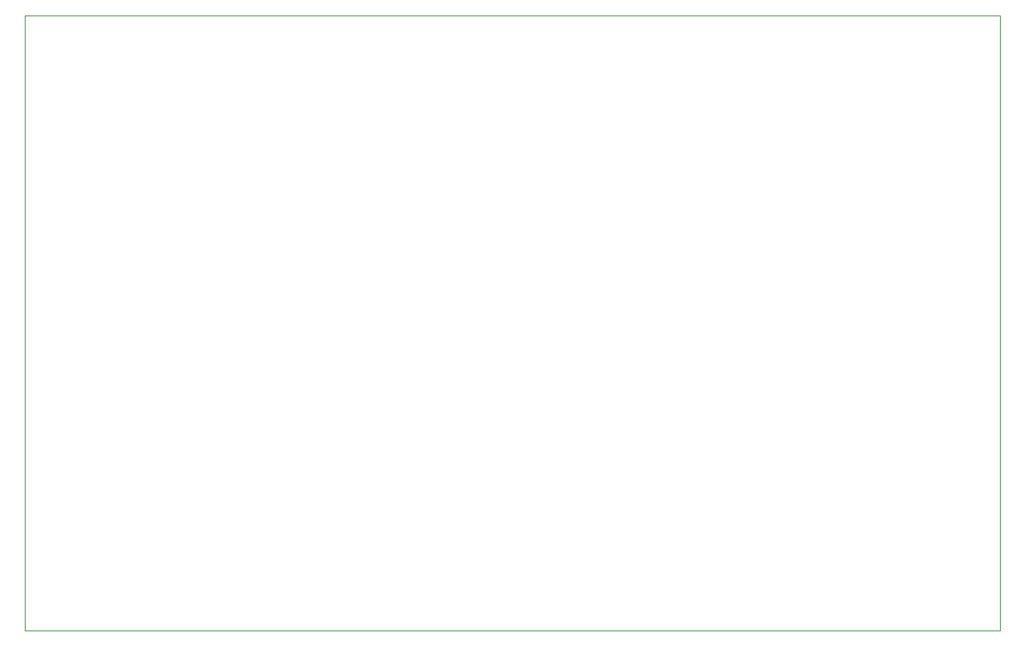
<source format=gbr>
%TF.GenerationSoftware,KiCad,Pcbnew,8.0.8*%
%TF.CreationDate,2025-05-31T18:37:02+02:00*%
%TF.ProjectId,Arduino_pcb,41726475-696e-46f5-9f70-63622e6b6963,rev?*%
%TF.SameCoordinates,Original*%
%TF.FileFunction,Profile,NP*%
%FSLAX46Y46*%
G04 Gerber Fmt 4.6, Leading zero omitted, Abs format (unit mm)*
G04 Created by KiCad (PCBNEW 8.0.8) date 2025-05-31 18:37:02*
%MOMM*%
%LPD*%
G01*
G04 APERTURE LIST*
%TA.AperFunction,Profile*%
%ADD10C,0.050000*%
%TD*%
G04 APERTURE END LIST*
D10*
X60250000Y-83250000D02*
X166750000Y-83250000D01*
X166750000Y-150500000D01*
X60250000Y-150500000D01*
X60250000Y-83250000D01*
M02*

</source>
